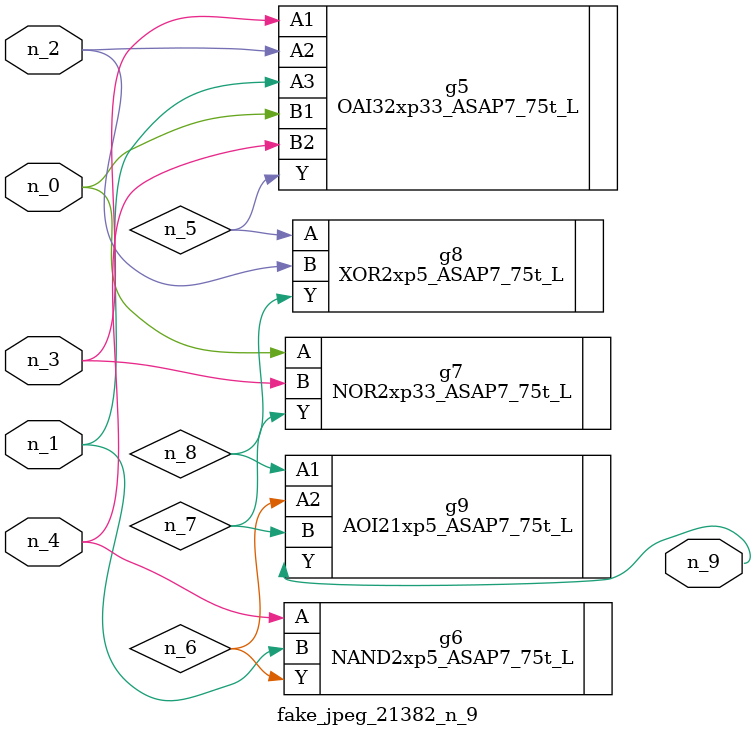
<source format=v>
module fake_jpeg_21382_n_9 (n_3, n_2, n_1, n_0, n_4, n_9);

input n_3;
input n_2;
input n_1;
input n_0;
input n_4;

output n_9;

wire n_8;
wire n_6;
wire n_5;
wire n_7;

OAI32xp33_ASAP7_75t_L g5 ( 
.A1(n_3),
.A2(n_2),
.A3(n_1),
.B1(n_0),
.B2(n_4),
.Y(n_5)
);

NAND2xp5_ASAP7_75t_L g6 ( 
.A(n_4),
.B(n_1),
.Y(n_6)
);

NOR2xp33_ASAP7_75t_L g7 ( 
.A(n_0),
.B(n_3),
.Y(n_7)
);

XOR2xp5_ASAP7_75t_L g8 ( 
.A(n_5),
.B(n_2),
.Y(n_8)
);

AOI21xp5_ASAP7_75t_L g9 ( 
.A1(n_8),
.A2(n_6),
.B(n_7),
.Y(n_9)
);


endmodule
</source>
